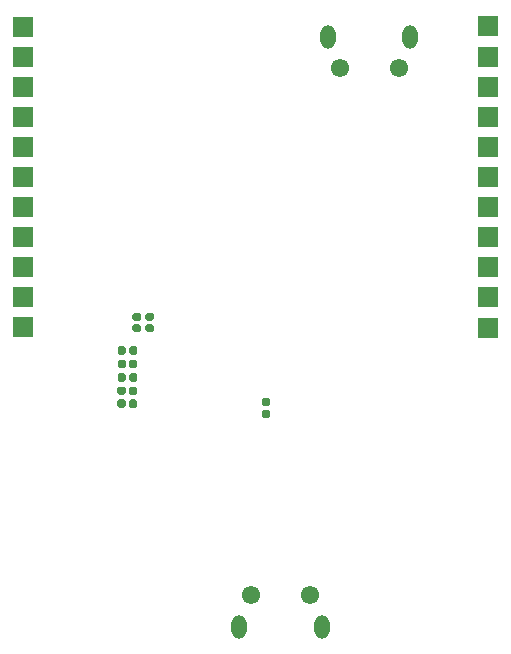
<source format=gbr>
%TF.GenerationSoftware,KiCad,Pcbnew,(5.1.6)-1*%
%TF.CreationDate,2022-05-16T14:52:33-05:00*%
%TF.ProjectId,ESP32-S2_Dev,45535033-322d-4533-925f-4465762e6b69,rev?*%
%TF.SameCoordinates,Original*%
%TF.FileFunction,Soldermask,Bot*%
%TF.FilePolarity,Negative*%
%FSLAX46Y46*%
G04 Gerber Fmt 4.6, Leading zero omitted, Abs format (unit mm)*
G04 Created by KiCad (PCBNEW (5.1.6)-1) date 2022-05-16 14:52:33*
%MOMM*%
%LPD*%
G01*
G04 APERTURE LIST*
%ADD10R,1.800000X1.800000*%
%ADD11O,1.300000X2.000000*%
%ADD12C,1.550000*%
G04 APERTURE END LIST*
%TO.C,C30*%
G36*
G01*
X120923700Y-107048000D02*
X120528700Y-107048000D01*
G75*
G02*
X120356200Y-106875500I0J172500D01*
G01*
X120356200Y-106530500D01*
G75*
G02*
X120528700Y-106358000I172500J0D01*
G01*
X120923700Y-106358000D01*
G75*
G02*
X121096200Y-106530500I0J-172500D01*
G01*
X121096200Y-106875500D01*
G75*
G02*
X120923700Y-107048000I-172500J0D01*
G01*
G37*
G36*
G01*
X120923700Y-108018000D02*
X120528700Y-108018000D01*
G75*
G02*
X120356200Y-107845500I0J172500D01*
G01*
X120356200Y-107500500D01*
G75*
G02*
X120528700Y-107328000I172500J0D01*
G01*
X120923700Y-107328000D01*
G75*
G02*
X121096200Y-107500500I0J-172500D01*
G01*
X121096200Y-107845500D01*
G75*
G02*
X120923700Y-108018000I-172500J0D01*
G01*
G37*
%TD*%
D10*
%TO.C,IO13*%
X100126800Y-95250000D03*
%TD*%
D11*
%TO.C,UART1*%
X125949200Y-75735200D03*
X132949200Y-75735200D03*
D12*
X126949200Y-78435200D03*
X131949200Y-78435200D03*
%TD*%
D11*
%TO.C,USB1*%
X125420000Y-125697500D03*
X118420000Y-125697500D03*
D12*
X124420000Y-122997500D03*
X119420000Y-122997500D03*
%TD*%
%TO.C,L1*%
G36*
G01*
X109581300Y-100091400D02*
X109976300Y-100091400D01*
G75*
G02*
X110148800Y-100263900I0J-172500D01*
G01*
X110148800Y-100608900D01*
G75*
G02*
X109976300Y-100781400I-172500J0D01*
G01*
X109581300Y-100781400D01*
G75*
G02*
X109408800Y-100608900I0J172500D01*
G01*
X109408800Y-100263900D01*
G75*
G02*
X109581300Y-100091400I172500J0D01*
G01*
G37*
G36*
G01*
X109581300Y-99121400D02*
X109976300Y-99121400D01*
G75*
G02*
X110148800Y-99293900I0J-172500D01*
G01*
X110148800Y-99638900D01*
G75*
G02*
X109976300Y-99811400I-172500J0D01*
G01*
X109581300Y-99811400D01*
G75*
G02*
X109408800Y-99638900I0J172500D01*
G01*
X109408800Y-99293900D01*
G75*
G02*
X109581300Y-99121400I172500J0D01*
G01*
G37*
%TD*%
D10*
%TO.C,DAC1*%
X100126800Y-100330000D03*
%TD*%
%TO.C,IO46*%
X100126800Y-77470000D03*
%TD*%
%TO.C,IO45*%
X100126800Y-74955400D03*
%TD*%
%TO.C,IO42*%
X139522200Y-74853800D03*
%TD*%
%TO.C,IO41*%
X139522200Y-77470000D03*
%TD*%
%TO.C,IO40*%
X139522200Y-80010000D03*
%TD*%
%TO.C,IO39*%
X139522200Y-82550000D03*
%TD*%
%TO.C,IO38*%
X139496800Y-85090000D03*
%TD*%
%TO.C,IO37*%
X139522200Y-87630000D03*
%TD*%
%TO.C,IO36*%
X139522200Y-90170000D03*
%TD*%
%TO.C,IO35*%
X139522200Y-92710000D03*
%TD*%
%TO.C,IO34*%
X139522200Y-95250000D03*
%TD*%
%TO.C,IO33*%
X139522200Y-97790000D03*
%TD*%
%TO.C,IO21*%
X139522200Y-100431600D03*
%TD*%
%TO.C,IO14*%
X100126800Y-97790000D03*
%TD*%
%TO.C,IO11*%
X100126800Y-92710000D03*
%TD*%
%TO.C,IO10*%
X100126800Y-90170000D03*
%TD*%
%TO.C,IO9*%
X100126800Y-87630000D03*
%TD*%
%TO.C,IO8*%
X100126800Y-85090000D03*
%TD*%
%TO.C,IO7*%
X100126800Y-82550000D03*
%TD*%
%TO.C,IO6*%
X100126800Y-80010000D03*
%TD*%
%TO.C,C32*%
G36*
G01*
X110673500Y-100089000D02*
X111068500Y-100089000D01*
G75*
G02*
X111241000Y-100261500I0J-172500D01*
G01*
X111241000Y-100606500D01*
G75*
G02*
X111068500Y-100779000I-172500J0D01*
G01*
X110673500Y-100779000D01*
G75*
G02*
X110501000Y-100606500I0J172500D01*
G01*
X110501000Y-100261500D01*
G75*
G02*
X110673500Y-100089000I172500J0D01*
G01*
G37*
G36*
G01*
X110673500Y-99119000D02*
X111068500Y-99119000D01*
G75*
G02*
X111241000Y-99291500I0J-172500D01*
G01*
X111241000Y-99636500D01*
G75*
G02*
X111068500Y-99809000I-172500J0D01*
G01*
X110673500Y-99809000D01*
G75*
G02*
X110501000Y-99636500I0J172500D01*
G01*
X110501000Y-99291500D01*
G75*
G02*
X110673500Y-99119000I172500J0D01*
G01*
G37*
%TD*%
%TO.C,C28*%
G36*
G01*
X109133800Y-102508700D02*
X109133800Y-102113700D01*
G75*
G02*
X109306300Y-101941200I172500J0D01*
G01*
X109651300Y-101941200D01*
G75*
G02*
X109823800Y-102113700I0J-172500D01*
G01*
X109823800Y-102508700D01*
G75*
G02*
X109651300Y-102681200I-172500J0D01*
G01*
X109306300Y-102681200D01*
G75*
G02*
X109133800Y-102508700I0J172500D01*
G01*
G37*
G36*
G01*
X108163800Y-102508700D02*
X108163800Y-102113700D01*
G75*
G02*
X108336300Y-101941200I172500J0D01*
G01*
X108681300Y-101941200D01*
G75*
G02*
X108853800Y-102113700I0J-172500D01*
G01*
X108853800Y-102508700D01*
G75*
G02*
X108681300Y-102681200I-172500J0D01*
G01*
X108336300Y-102681200D01*
G75*
G02*
X108163800Y-102508700I0J172500D01*
G01*
G37*
%TD*%
%TO.C,C27*%
G36*
G01*
X109131400Y-103651700D02*
X109131400Y-103256700D01*
G75*
G02*
X109303900Y-103084200I172500J0D01*
G01*
X109648900Y-103084200D01*
G75*
G02*
X109821400Y-103256700I0J-172500D01*
G01*
X109821400Y-103651700D01*
G75*
G02*
X109648900Y-103824200I-172500J0D01*
G01*
X109303900Y-103824200D01*
G75*
G02*
X109131400Y-103651700I0J172500D01*
G01*
G37*
G36*
G01*
X108161400Y-103651700D02*
X108161400Y-103256700D01*
G75*
G02*
X108333900Y-103084200I172500J0D01*
G01*
X108678900Y-103084200D01*
G75*
G02*
X108851400Y-103256700I0J-172500D01*
G01*
X108851400Y-103651700D01*
G75*
G02*
X108678900Y-103824200I-172500J0D01*
G01*
X108333900Y-103824200D01*
G75*
G02*
X108161400Y-103651700I0J172500D01*
G01*
G37*
%TD*%
%TO.C,C26*%
G36*
G01*
X109129000Y-104794700D02*
X109129000Y-104399700D01*
G75*
G02*
X109301500Y-104227200I172500J0D01*
G01*
X109646500Y-104227200D01*
G75*
G02*
X109819000Y-104399700I0J-172500D01*
G01*
X109819000Y-104794700D01*
G75*
G02*
X109646500Y-104967200I-172500J0D01*
G01*
X109301500Y-104967200D01*
G75*
G02*
X109129000Y-104794700I0J172500D01*
G01*
G37*
G36*
G01*
X108159000Y-104794700D02*
X108159000Y-104399700D01*
G75*
G02*
X108331500Y-104227200I172500J0D01*
G01*
X108676500Y-104227200D01*
G75*
G02*
X108849000Y-104399700I0J-172500D01*
G01*
X108849000Y-104794700D01*
G75*
G02*
X108676500Y-104967200I-172500J0D01*
G01*
X108331500Y-104967200D01*
G75*
G02*
X108159000Y-104794700I0J172500D01*
G01*
G37*
%TD*%
%TO.C,C24*%
G36*
G01*
X109106000Y-107029900D02*
X109106000Y-106634900D01*
G75*
G02*
X109278500Y-106462400I172500J0D01*
G01*
X109623500Y-106462400D01*
G75*
G02*
X109796000Y-106634900I0J-172500D01*
G01*
X109796000Y-107029900D01*
G75*
G02*
X109623500Y-107202400I-172500J0D01*
G01*
X109278500Y-107202400D01*
G75*
G02*
X109106000Y-107029900I0J172500D01*
G01*
G37*
G36*
G01*
X108136000Y-107029900D02*
X108136000Y-106634900D01*
G75*
G02*
X108308500Y-106462400I172500J0D01*
G01*
X108653500Y-106462400D01*
G75*
G02*
X108826000Y-106634900I0J-172500D01*
G01*
X108826000Y-107029900D01*
G75*
G02*
X108653500Y-107202400I-172500J0D01*
G01*
X108308500Y-107202400D01*
G75*
G02*
X108136000Y-107029900I0J172500D01*
G01*
G37*
%TD*%
%TO.C,C22*%
G36*
G01*
X109108400Y-105937700D02*
X109108400Y-105542700D01*
G75*
G02*
X109280900Y-105370200I172500J0D01*
G01*
X109625900Y-105370200D01*
G75*
G02*
X109798400Y-105542700I0J-172500D01*
G01*
X109798400Y-105937700D01*
G75*
G02*
X109625900Y-106110200I-172500J0D01*
G01*
X109280900Y-106110200D01*
G75*
G02*
X109108400Y-105937700I0J172500D01*
G01*
G37*
G36*
G01*
X108138400Y-105937700D02*
X108138400Y-105542700D01*
G75*
G02*
X108310900Y-105370200I172500J0D01*
G01*
X108655900Y-105370200D01*
G75*
G02*
X108828400Y-105542700I0J-172500D01*
G01*
X108828400Y-105937700D01*
G75*
G02*
X108655900Y-106110200I-172500J0D01*
G01*
X108310900Y-106110200D01*
G75*
G02*
X108138400Y-105937700I0J172500D01*
G01*
G37*
%TD*%
M02*

</source>
